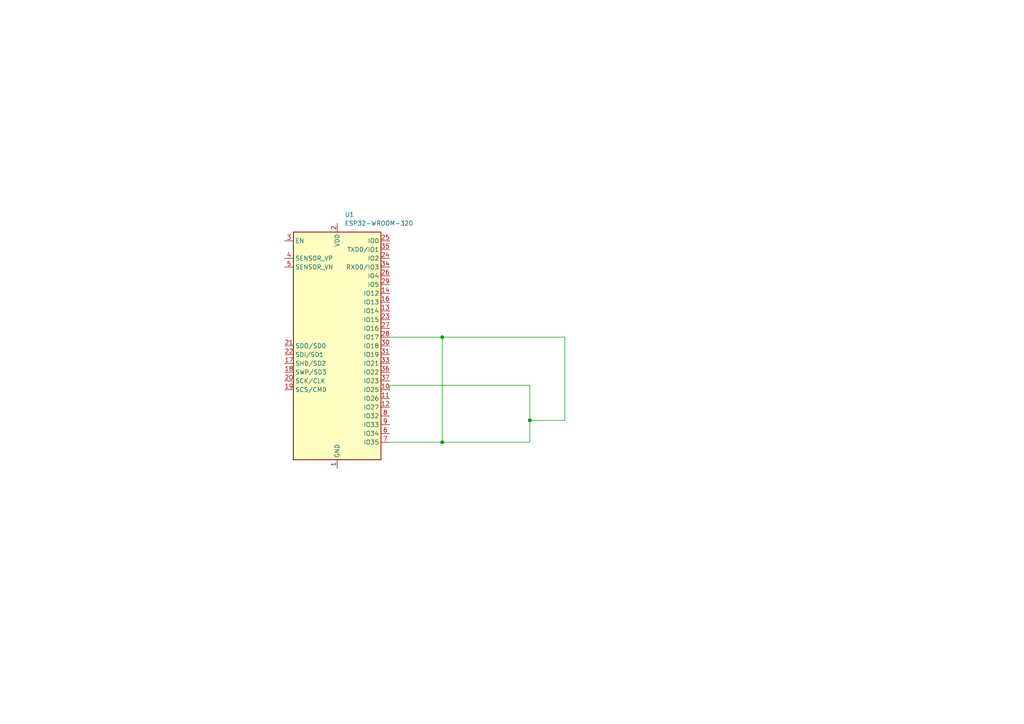
<source format=kicad_sch>
(kicad_sch (version 20231120) (generator "eeschema") (generator_version "8.0")
  (paper "A4")
  (lib_symbols
    (symbol "RF_Module:ESP32-WROOM-32D"
      (property "Reference" "U" (at -12.7 34.29 0))
      (property "Value" "ESP32-WROOM-32D" (at 1.27 34.29 0))
      (symbol "ESP32-WROOM-32D_0_1"
        (rectangle (start -12.7 33.02) (end 12.7 -33.02) (stroke (width 0.254)) (fill (type background)))
      )
      (symbol "ESP32-WROOM-32D_1_1"
        (pin power_in line (at 0 -35.56 90) (length 2.54) (name "GND") (number "1"))
        (pin bidirectional line (at 15.24 -12.7 180) (length 2.54) (name "IO25") (number "10"))
        (pin bidirectional line (at 15.24 -15.24 180) (length 2.54) (name "IO26") (number "11"))
        (pin bidirectional line (at 15.24 -17.78 180) (length 2.54) (name "IO27") (number "12"))
        (pin bidirectional line (at 15.24 10.16 180) (length 2.54) (name "IO14") (number "13"))
        (pin bidirectional line (at 15.24 15.24 180) (length 2.54) (name "IO12") (number "14"))
        (pin passive line (at 0 -35.56 90) (length 2.54) hide (name "GND") (number "15"))
        (pin bidirectional line (at 15.24 12.7 180) (length 2.54) (name "IO13") (number "16"))
        (pin bidirectional line (at -15.24 -5.08 0) (length 2.54) (name "SHD/SD2") (number "17"))
        (pin bidirectional line (at -15.24 -7.62 0) (length 2.54) (name "SWP/SD3") (number "18"))
        (pin bidirectional line (at -15.24 -12.7 0) (length 2.54) (name "SCS/CMD") (number "19"))
        (pin power_in line (at 0 35.56 270) (length 2.54) (name "VDD") (number "2"))
        (pin bidirectional line (at -15.24 -10.16 0) (length 2.54) (name "SCK/CLK") (number "20"))
        (pin bidirectional line (at -15.24 0 0) (length 2.54) (name "SDO/SD0") (number "21"))
        (pin bidirectional line (at -15.24 -2.54 0) (length 2.54) (name "SDI/SD1") (number "22"))
        (pin bidirectional line (at 15.24 7.62 180) (length 2.54) (name "IO15") (number "23"))
        (pin bidirectional line (at 15.24 25.4 180) (length 2.54) (name "IO2") (number "24"))
        (pin bidirectional line (at 15.24 30.48 180) (length 2.54) (name "IO0") (number "25"))
        (pin bidirectional line (at 15.24 20.32 180) (length 2.54) (name "IO4") (number "26"))
        (pin bidirectional line (at 15.24 5.08 180) (length 2.54) (name "IO16") (number "27"))
        (pin bidirectional line (at 15.24 2.54 180) (length 2.54) (name "IO17") (number "28"))
        (pin bidirectional line (at 15.24 17.78 180) (length 2.54) (name "IO5") (number "29"))
        (pin input line (at -15.24 30.48 0) (length 2.54) (name "EN") (number "3"))
        (pin bidirectional line (at 15.24 0 180) (length 2.54) (name "IO18") (number "30"))
        (pin bidirectional line (at 15.24 -2.54 180) (length 2.54) (name "IO19") (number "31"))
        (pin no_connect line (at -12.7 -27.94 0) (length 2.54) hide (name "NC") (number "32"))
        (pin bidirectional line (at 15.24 -5.08 180) (length 2.54) (name "IO21") (number "33"))
        (pin bidirectional line (at 15.24 22.86 180) (length 2.54) (name "RXD0/IO3") (number "34"))
        (pin bidirectional line (at 15.24 27.94 180) (length 2.54) (name "TXD0/IO1") (number "35"))
        (pin bidirectional line (at 15.24 -7.62 180) (length 2.54) (name "IO22") (number "36"))
        (pin bidirectional line (at 15.24 -10.16 180) (length 2.54) (name "IO23") (number "37"))
        (pin passive line (at 0 -35.56 90) (length 2.54) hide (name "GND") (number "38"))
        (pin passive line (at 0 -35.56 90) (length 2.54) hide (name "GND") (number "39"))
        (pin input line (at -15.24 25.4 0) (length 2.54) (name "SENSOR_VP") (number "4"))
        (pin input line (at -15.24 22.86 0) (length 2.54) (name "SENSOR_VN") (number "5"))
        (pin input line (at 15.24 -25.4 180) (length 2.54) (name "IO34") (number "6"))
        (pin input line (at 15.24 -27.94 180) (length 2.54) (name "IO35") (number "7"))
        (pin bidirectional line (at 15.24 -20.32 180) (length 2.54) (name "IO32") (number "8"))
        (pin bidirectional line (at 15.24 -22.86 180) (length 2.54) (name "IO33") (number "9"))
      )
    )
  )
  (junction (at 153.67 121.92))
  (junction (at 128.27 97.79))
  (junction (at 128.27 128.27))
  (wire (pts (xy 113.03 128.27) (xy 128.27 128.27)))
  (wire (pts (xy 153.67 121.92) (xy 153.67 111.76)))
  (wire (pts (xy 128.27 128.27) (xy 153.67 128.27)))
  (wire (pts (xy 153.67 121.92) (xy 163.83 121.92)))
  (wire (pts (xy 113.03 111.76) (xy 113.03 113.03)))
  (wire (pts (xy 128.27 97.79) (xy 113.03 97.79)))
  (wire (pts (xy 153.67 128.27) (xy 153.67 121.92)))
  (wire (pts (xy 163.83 121.92) (xy 163.83 97.79)))
  (wire (pts (xy 153.67 111.76) (xy 113.03 111.76)))
  (wire (pts (xy 163.83 97.79) (xy 128.27 97.79)))
  (wire (pts (xy 128.27 97.79) (xy 128.27 128.27)))
  (symbol (lib_id "RF_Module:ESP32-WROOM-32D") (at 97.79 100.33 0) (unit 1)
    (property "Reference" "U1" (at 99.9841 62.23 0) (effects (justify left)))
    (property "Value" "ESP32-WROOM-32D" (at 99.9841 64.77 0) (effects (justify left)))
    (property "Footprint" "RF_Module:ESP32-WROOM-32D" (effects (hide yes)))
    (property "Datasheet" "https://www.espressif.com/sites/default/files/documentation/esp32-wroom-32d_esp32-wroom-32u_datasheet_en.pdf" (effects (hide yes)))
    (property "Description" "RF Module, ESP32-D0WD SoC, Wi-Fi 802.11b/g/n, Bluetooth, BLE, 32-bit, 2.7-3.6V, onboard antenna, SMD" (effects (hide yes)))
  )
)
</source>
